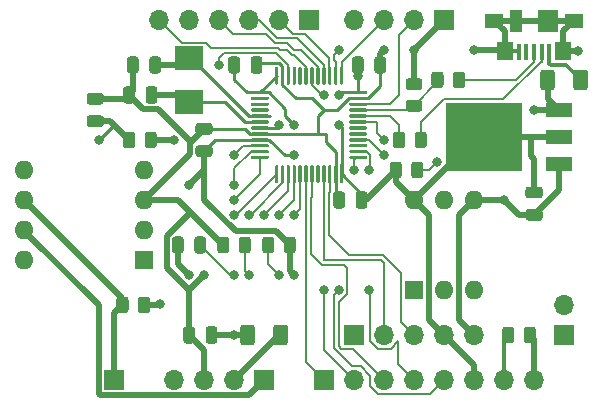
<source format=gbr>
%TF.GenerationSoftware,KiCad,Pcbnew,(5.1.10)-1*%
%TF.CreationDate,2021-10-29T11:24:14-05:00*%
%TF.ProjectId,Capstone,43617073-746f-46e6-952e-6b696361645f,rev?*%
%TF.SameCoordinates,Original*%
%TF.FileFunction,Copper,L1,Top*%
%TF.FilePolarity,Positive*%
%FSLAX46Y46*%
G04 Gerber Fmt 4.6, Leading zero omitted, Abs format (unit mm)*
G04 Created by KiCad (PCBNEW (5.1.10)-1) date 2021-10-29 11:24:14*
%MOMM*%
%LPD*%
G01*
G04 APERTURE LIST*
%TA.AperFunction,SMDPad,CuDef*%
%ADD10R,2.400000X2.000000*%
%TD*%
%TA.AperFunction,SMDPad,CuDef*%
%ADD11R,6.400000X5.800000*%
%TD*%
%TA.AperFunction,SMDPad,CuDef*%
%ADD12R,2.200000X1.200000*%
%TD*%
%TA.AperFunction,ComponentPad*%
%ADD13O,1.600000X1.600000*%
%TD*%
%TA.AperFunction,ComponentPad*%
%ADD14R,1.600000X1.600000*%
%TD*%
%TA.AperFunction,ComponentPad*%
%ADD15O,1.700000X1.700000*%
%TD*%
%TA.AperFunction,ComponentPad*%
%ADD16R,1.700000X1.700000*%
%TD*%
%TA.AperFunction,SMDPad,CuDef*%
%ADD17R,0.450000X1.380000*%
%TD*%
%TA.AperFunction,SMDPad,CuDef*%
%ADD18R,1.425000X1.550000*%
%TD*%
%TA.AperFunction,SMDPad,CuDef*%
%ADD19R,1.650000X1.300000*%
%TD*%
%TA.AperFunction,SMDPad,CuDef*%
%ADD20R,1.800000X1.900000*%
%TD*%
%TA.AperFunction,SMDPad,CuDef*%
%ADD21R,1.000000X1.900000*%
%TD*%
%TA.AperFunction,ViaPad*%
%ADD22C,0.800000*%
%TD*%
%TA.AperFunction,Conductor*%
%ADD23C,0.200000*%
%TD*%
%TA.AperFunction,Conductor*%
%ADD24C,0.500000*%
%TD*%
%TA.AperFunction,Conductor*%
%ADD25C,0.250000*%
%TD*%
%TA.AperFunction,Conductor*%
%ADD26C,0.300000*%
%TD*%
G04 APERTURE END LIST*
D10*
%TO.P,Y1,2*%
%TO.N,Net-(C8-Pad1)*%
X138430000Y-54030000D03*
%TO.P,Y1,1*%
%TO.N,Net-(C6-Pad1)*%
X138430000Y-57730000D03*
%TD*%
D11*
%TO.P,U5,2*%
%TO.N,+3V3*%
X163425000Y-60705000D03*
D12*
%TO.P,U5,3*%
%TO.N,+5V*%
X169725000Y-58425000D03*
%TO.P,U5,2*%
%TO.N,+3V3*%
X169725000Y-60705000D03*
%TO.P,U5,1*%
%TO.N,GND*%
X169725000Y-62985000D03*
%TD*%
D13*
%TO.P,U3,8*%
%TO.N,Net-(U3-Pad8)*%
X124460000Y-71120000D03*
%TO.P,U3,4*%
%TO.N,-9V*%
X134620000Y-63500000D03*
%TO.P,U3,7*%
%TO.N,+9V*%
X124460000Y-68580000D03*
%TO.P,U3,3*%
%TO.N,GND*%
X134620000Y-66040000D03*
%TO.P,U3,6*%
%TO.N,AUDIO_OUT*%
X124460000Y-66040000D03*
%TO.P,U3,2*%
%TO.N,IO*%
X134620000Y-68580000D03*
%TO.P,U3,5*%
%TO.N,Net-(U3-Pad5)*%
X124460000Y-63500000D03*
D14*
%TO.P,U3,1*%
%TO.N,Net-(U3-Pad1)*%
X134620000Y-71120000D03*
%TD*%
%TO.P,R9,2*%
%TO.N,Net-(C9-Pad1)*%
%TA.AperFunction,SMDPad,CuDef*%
G36*
G01*
X133862500Y-60509999D02*
X133862500Y-61410001D01*
G75*
G02*
X133612501Y-61660000I-249999J0D01*
G01*
X133087499Y-61660000D01*
G75*
G02*
X132837500Y-61410001I0J249999D01*
G01*
X132837500Y-60509999D01*
G75*
G02*
X133087499Y-60260000I249999J0D01*
G01*
X133612501Y-60260000D01*
G75*
G02*
X133862500Y-60509999I0J-249999D01*
G01*
G37*
%TD.AperFunction*%
%TO.P,R9,1*%
%TO.N,+3V3*%
%TA.AperFunction,SMDPad,CuDef*%
G36*
G01*
X135687500Y-60509999D02*
X135687500Y-61410001D01*
G75*
G02*
X135437501Y-61660000I-249999J0D01*
G01*
X134912499Y-61660000D01*
G75*
G02*
X134662500Y-61410001I0J249999D01*
G01*
X134662500Y-60509999D01*
G75*
G02*
X134912499Y-60260000I249999J0D01*
G01*
X135437501Y-60260000D01*
G75*
G02*
X135687500Y-60509999I0J-249999D01*
G01*
G37*
%TD.AperFunction*%
%TD*%
%TO.P,R8,2*%
%TO.N,Net-(J5-Pad7)*%
%TA.AperFunction,SMDPad,CuDef*%
G36*
G01*
X165970000Y-77019999D02*
X165970000Y-77920001D01*
G75*
G02*
X165720001Y-78170000I-249999J0D01*
G01*
X165194999Y-78170000D01*
G75*
G02*
X164945000Y-77920001I0J249999D01*
G01*
X164945000Y-77019999D01*
G75*
G02*
X165194999Y-76770000I249999J0D01*
G01*
X165720001Y-76770000D01*
G75*
G02*
X165970000Y-77019999I0J-249999D01*
G01*
G37*
%TD.AperFunction*%
%TO.P,R8,1*%
%TO.N,GND*%
%TA.AperFunction,SMDPad,CuDef*%
G36*
G01*
X167795000Y-77019999D02*
X167795000Y-77920001D01*
G75*
G02*
X167545001Y-78170000I-249999J0D01*
G01*
X167019999Y-78170000D01*
G75*
G02*
X166770000Y-77920001I0J249999D01*
G01*
X166770000Y-77019999D01*
G75*
G02*
X167019999Y-76770000I249999J0D01*
G01*
X167545001Y-76770000D01*
G75*
G02*
X167795000Y-77019999I0J-249999D01*
G01*
G37*
%TD.AperFunction*%
%TD*%
%TO.P,R7,2*%
%TO.N,IO*%
%TA.AperFunction,SMDPad,CuDef*%
G36*
G01*
X134107500Y-75380001D02*
X134107500Y-74479999D01*
G75*
G02*
X134357499Y-74230000I249999J0D01*
G01*
X134882501Y-74230000D01*
G75*
G02*
X135132500Y-74479999I0J-249999D01*
G01*
X135132500Y-75380001D01*
G75*
G02*
X134882501Y-75630000I-249999J0D01*
G01*
X134357499Y-75630000D01*
G75*
G02*
X134107500Y-75380001I0J249999D01*
G01*
G37*
%TD.AperFunction*%
%TO.P,R7,1*%
%TO.N,AUDIO_OUT*%
%TA.AperFunction,SMDPad,CuDef*%
G36*
G01*
X132282500Y-75380001D02*
X132282500Y-74479999D01*
G75*
G02*
X132532499Y-74230000I249999J0D01*
G01*
X133057501Y-74230000D01*
G75*
G02*
X133307500Y-74479999I0J-249999D01*
G01*
X133307500Y-75380001D01*
G75*
G02*
X133057501Y-75630000I-249999J0D01*
G01*
X132532499Y-75630000D01*
G75*
G02*
X132282500Y-75380001I0J249999D01*
G01*
G37*
%TD.AperFunction*%
%TD*%
%TO.P,R6,2*%
%TO.N,GND*%
%TA.AperFunction,SMDPad,CuDef*%
G36*
G01*
X141840000Y-69399999D02*
X141840000Y-70300001D01*
G75*
G02*
X141590001Y-70550000I-249999J0D01*
G01*
X141064999Y-70550000D01*
G75*
G02*
X140815000Y-70300001I0J249999D01*
G01*
X140815000Y-69399999D01*
G75*
G02*
X141064999Y-69150000I249999J0D01*
G01*
X141590001Y-69150000D01*
G75*
G02*
X141840000Y-69399999I0J-249999D01*
G01*
G37*
%TD.AperFunction*%
%TO.P,R6,1*%
%TO.N,Net-(R6-Pad1)*%
%TA.AperFunction,SMDPad,CuDef*%
G36*
G01*
X143665000Y-69399999D02*
X143665000Y-70300001D01*
G75*
G02*
X143415001Y-70550000I-249999J0D01*
G01*
X142889999Y-70550000D01*
G75*
G02*
X142640000Y-70300001I0J249999D01*
G01*
X142640000Y-69399999D01*
G75*
G02*
X142889999Y-69150000I249999J0D01*
G01*
X143415001Y-69150000D01*
G75*
G02*
X143665000Y-69399999I0J-249999D01*
G01*
G37*
%TD.AperFunction*%
%TD*%
%TO.P,R5,2*%
%TO.N,PA12*%
%TA.AperFunction,SMDPad,CuDef*%
G36*
G01*
X157029999Y-57550000D02*
X157930001Y-57550000D01*
G75*
G02*
X158180000Y-57799999I0J-249999D01*
G01*
X158180000Y-58325001D01*
G75*
G02*
X157930001Y-58575000I-249999J0D01*
G01*
X157029999Y-58575000D01*
G75*
G02*
X156780000Y-58325001I0J249999D01*
G01*
X156780000Y-57799999D01*
G75*
G02*
X157029999Y-57550000I249999J0D01*
G01*
G37*
%TD.AperFunction*%
%TO.P,R5,1*%
%TO.N,+3V3*%
%TA.AperFunction,SMDPad,CuDef*%
G36*
G01*
X157029999Y-55725000D02*
X157930001Y-55725000D01*
G75*
G02*
X158180000Y-55974999I0J-249999D01*
G01*
X158180000Y-56500001D01*
G75*
G02*
X157930001Y-56750000I-249999J0D01*
G01*
X157029999Y-56750000D01*
G75*
G02*
X156780000Y-56500001I0J249999D01*
G01*
X156780000Y-55974999D01*
G75*
G02*
X157029999Y-55725000I249999J0D01*
G01*
G37*
%TD.AperFunction*%
%TD*%
%TO.P,R4,2*%
%TO.N,+3V3*%
%TA.AperFunction,SMDPad,CuDef*%
G36*
G01*
X156445000Y-63049999D02*
X156445000Y-63950001D01*
G75*
G02*
X156195001Y-64200000I-249999J0D01*
G01*
X155669999Y-64200000D01*
G75*
G02*
X155420000Y-63950001I0J249999D01*
G01*
X155420000Y-63049999D01*
G75*
G02*
X155669999Y-62800000I249999J0D01*
G01*
X156195001Y-62800000D01*
G75*
G02*
X156445000Y-63049999I0J-249999D01*
G01*
G37*
%TD.AperFunction*%
%TO.P,R4,1*%
%TO.N,RX1*%
%TA.AperFunction,SMDPad,CuDef*%
G36*
G01*
X158270000Y-63049999D02*
X158270000Y-63950001D01*
G75*
G02*
X158020001Y-64200000I-249999J0D01*
G01*
X157494999Y-64200000D01*
G75*
G02*
X157245000Y-63950001I0J249999D01*
G01*
X157245000Y-63049999D01*
G75*
G02*
X157494999Y-62800000I249999J0D01*
G01*
X158020001Y-62800000D01*
G75*
G02*
X158270000Y-63049999I0J-249999D01*
G01*
G37*
%TD.AperFunction*%
%TD*%
%TO.P,R3,2*%
%TO.N,Net-(R3-Pad2)*%
%TA.AperFunction,SMDPad,CuDef*%
G36*
G01*
X145650000Y-69399999D02*
X145650000Y-70300001D01*
G75*
G02*
X145400001Y-70550000I-249999J0D01*
G01*
X144874999Y-70550000D01*
G75*
G02*
X144625000Y-70300001I0J249999D01*
G01*
X144625000Y-69399999D01*
G75*
G02*
X144874999Y-69150000I249999J0D01*
G01*
X145400001Y-69150000D01*
G75*
G02*
X145650000Y-69399999I0J-249999D01*
G01*
G37*
%TD.AperFunction*%
%TO.P,R3,1*%
%TO.N,+3V3*%
%TA.AperFunction,SMDPad,CuDef*%
G36*
G01*
X147475000Y-69399999D02*
X147475000Y-70300001D01*
G75*
G02*
X147225001Y-70550000I-249999J0D01*
G01*
X146699999Y-70550000D01*
G75*
G02*
X146450000Y-70300001I0J249999D01*
G01*
X146450000Y-69399999D01*
G75*
G02*
X146699999Y-69150000I249999J0D01*
G01*
X147225001Y-69150000D01*
G75*
G02*
X147475000Y-69399999I0J-249999D01*
G01*
G37*
%TD.AperFunction*%
%TD*%
%TO.P,R2,2*%
%TO.N,Net-(J2-Pad3)*%
%TA.AperFunction,SMDPad,CuDef*%
G36*
G01*
X160777500Y-56330001D02*
X160777500Y-55429999D01*
G75*
G02*
X161027499Y-55180000I249999J0D01*
G01*
X161552501Y-55180000D01*
G75*
G02*
X161802500Y-55429999I0J-249999D01*
G01*
X161802500Y-56330001D01*
G75*
G02*
X161552501Y-56580000I-249999J0D01*
G01*
X161027499Y-56580000D01*
G75*
G02*
X160777500Y-56330001I0J249999D01*
G01*
G37*
%TD.AperFunction*%
%TO.P,R2,1*%
%TO.N,PA12*%
%TA.AperFunction,SMDPad,CuDef*%
G36*
G01*
X158952500Y-56330001D02*
X158952500Y-55429999D01*
G75*
G02*
X159202499Y-55180000I249999J0D01*
G01*
X159727501Y-55180000D01*
G75*
G02*
X159977500Y-55429999I0J-249999D01*
G01*
X159977500Y-56330001D01*
G75*
G02*
X159727501Y-56580000I-249999J0D01*
G01*
X159202499Y-56580000D01*
G75*
G02*
X158952500Y-56330001I0J249999D01*
G01*
G37*
%TD.AperFunction*%
%TD*%
%TO.P,R1,2*%
%TO.N,Net-(J2-Pad2)*%
%TA.AperFunction,SMDPad,CuDef*%
G36*
G01*
X157522500Y-61410001D02*
X157522500Y-60509999D01*
G75*
G02*
X157772499Y-60260000I249999J0D01*
G01*
X158297501Y-60260000D01*
G75*
G02*
X158547500Y-60509999I0J-249999D01*
G01*
X158547500Y-61410001D01*
G75*
G02*
X158297501Y-61660000I-249999J0D01*
G01*
X157772499Y-61660000D01*
G75*
G02*
X157522500Y-61410001I0J249999D01*
G01*
G37*
%TD.AperFunction*%
%TO.P,R1,1*%
%TO.N,PA11*%
%TA.AperFunction,SMDPad,CuDef*%
G36*
G01*
X155697500Y-61410001D02*
X155697500Y-60509999D01*
G75*
G02*
X155947499Y-60260000I249999J0D01*
G01*
X156472501Y-60260000D01*
G75*
G02*
X156722500Y-60509999I0J-249999D01*
G01*
X156722500Y-61410001D01*
G75*
G02*
X156472501Y-61660000I-249999J0D01*
G01*
X155947499Y-61660000D01*
G75*
G02*
X155697500Y-61410001I0J249999D01*
G01*
G37*
%TD.AperFunction*%
%TD*%
D15*
%TO.P,J8,2*%
%TO.N,MIDI5*%
X170180000Y-74930000D03*
D16*
%TO.P,J8,1*%
%TO.N,MIDI4*%
X170180000Y-77470000D03*
%TD*%
%TO.P,J7,1*%
%TO.N,AUDIO_OUT*%
X132080000Y-81280000D03*
%TD*%
D15*
%TO.P,J6,5*%
%TO.N,GND*%
X162560000Y-77470000D03*
%TO.P,J6,4*%
%TO.N,+3V3*%
X160020000Y-77470000D03*
%TO.P,J6,3*%
%TO.N,GPIOB11*%
X157480000Y-77470000D03*
%TO.P,J6,2*%
%TO.N,GPIOB10*%
X154940000Y-77470000D03*
D16*
%TO.P,J6,1*%
%TO.N,GPIOB9*%
X152400000Y-77470000D03*
%TD*%
D15*
%TO.P,J5,8*%
%TO.N,GND*%
X167640000Y-81280000D03*
%TO.P,J5,7*%
%TO.N,Net-(J5-Pad7)*%
X165100000Y-81280000D03*
%TO.P,J5,6*%
%TO.N,+3V3*%
X162560000Y-81280000D03*
%TO.P,J5,5*%
%TO.N,SPI_SCK2*%
X160020000Y-81280000D03*
%TO.P,J5,4*%
%TO.N,SPI_MOSI2*%
X157480000Y-81280000D03*
%TO.P,J5,3*%
%TO.N,LCD_DC*%
X154940000Y-81280000D03*
%TO.P,J5,2*%
%TO.N,SPI_NSS2*%
X152400000Y-81280000D03*
D16*
%TO.P,J5,1*%
%TO.N,LCD_RST*%
X149860000Y-81280000D03*
%TD*%
D15*
%TO.P,J4,6*%
%TO.N,I2C_SDA1*%
X135890000Y-50800000D03*
%TO.P,J4,5*%
%TO.N,I2C_SCL1*%
X138430000Y-50800000D03*
%TO.P,J4,4*%
%TO.N,SPI_MOSI1*%
X140970000Y-50800000D03*
%TO.P,J4,3*%
%TO.N,SPI_MISO1*%
X143510000Y-50800000D03*
%TO.P,J4,2*%
%TO.N,SPI_SCK1*%
X146050000Y-50800000D03*
D16*
%TO.P,J4,1*%
%TO.N,SPI_NSS1*%
X148590000Y-50800000D03*
%TD*%
D15*
%TO.P,J3,4*%
%TO.N,GND*%
X152400000Y-50800000D03*
%TO.P,J3,3*%
%TO.N,SWCLK*%
X154940000Y-50800000D03*
%TO.P,J3,2*%
%TO.N,SWDIO*%
X157480000Y-50800000D03*
D16*
%TO.P,J3,1*%
%TO.N,+3V3*%
X160020000Y-50800000D03*
%TD*%
D17*
%TO.P,J2,1*%
%TO.N,Net-(D2-Pad2)*%
X168940000Y-53530000D03*
%TO.P,J2,2*%
%TO.N,Net-(J2-Pad2)*%
X168290000Y-53530000D03*
%TO.P,J2,3*%
%TO.N,Net-(J2-Pad3)*%
X167640000Y-53530000D03*
%TO.P,J2,4*%
%TO.N,Net-(J2-Pad4)*%
X166990000Y-53530000D03*
%TO.P,J2,5*%
%TO.N,GND*%
X166340000Y-53530000D03*
D18*
%TO.P,J2,6*%
X170127500Y-53445000D03*
X165152500Y-53445000D03*
D19*
X171015000Y-50870000D03*
X164265000Y-50870000D03*
D20*
X168790000Y-50870000D03*
D21*
X166090000Y-50870000D03*
%TD*%
D15*
%TO.P,J1,4*%
%TO.N,-9V*%
X137160000Y-81280000D03*
%TO.P,J1,3*%
%TO.N,GND*%
X139700000Y-81280000D03*
%TO.P,J1,2*%
%TO.N,Net-(D1-Pad2)*%
X142240000Y-81280000D03*
D16*
%TO.P,J1,1*%
%TO.N,+9V*%
X144780000Y-81280000D03*
%TD*%
%TO.P,D2,2*%
%TO.N,Net-(D2-Pad2)*%
%TA.AperFunction,SMDPad,CuDef*%
G36*
G01*
X170955000Y-56505000D02*
X170955000Y-55255000D01*
G75*
G02*
X171205000Y-55005000I250000J0D01*
G01*
X171955000Y-55005000D01*
G75*
G02*
X172205000Y-55255000I0J-250000D01*
G01*
X172205000Y-56505000D01*
G75*
G02*
X171955000Y-56755000I-250000J0D01*
G01*
X171205000Y-56755000D01*
G75*
G02*
X170955000Y-56505000I0J250000D01*
G01*
G37*
%TD.AperFunction*%
%TO.P,D2,1*%
%TO.N,+5V*%
%TA.AperFunction,SMDPad,CuDef*%
G36*
G01*
X168155000Y-56505000D02*
X168155000Y-55255000D01*
G75*
G02*
X168405000Y-55005000I250000J0D01*
G01*
X169155000Y-55005000D01*
G75*
G02*
X169405000Y-55255000I0J-250000D01*
G01*
X169405000Y-56505000D01*
G75*
G02*
X169155000Y-56755000I-250000J0D01*
G01*
X168405000Y-56755000D01*
G75*
G02*
X168155000Y-56505000I0J250000D01*
G01*
G37*
%TD.AperFunction*%
%TD*%
%TO.P,D1,2*%
%TO.N,Net-(D1-Pad2)*%
%TA.AperFunction,SMDPad,CuDef*%
G36*
G01*
X145555000Y-78095000D02*
X145555000Y-76845000D01*
G75*
G02*
X145805000Y-76595000I250000J0D01*
G01*
X146555000Y-76595000D01*
G75*
G02*
X146805000Y-76845000I0J-250000D01*
G01*
X146805000Y-78095000D01*
G75*
G02*
X146555000Y-78345000I-250000J0D01*
G01*
X145805000Y-78345000D01*
G75*
G02*
X145555000Y-78095000I0J250000D01*
G01*
G37*
%TD.AperFunction*%
%TO.P,D1,1*%
%TO.N,+5V*%
%TA.AperFunction,SMDPad,CuDef*%
G36*
G01*
X142755000Y-78095000D02*
X142755000Y-76845000D01*
G75*
G02*
X143005000Y-76595000I250000J0D01*
G01*
X143755000Y-76595000D01*
G75*
G02*
X144005000Y-76845000I0J-250000D01*
G01*
X144005000Y-78095000D01*
G75*
G02*
X143755000Y-78345000I-250000J0D01*
G01*
X143005000Y-78345000D01*
G75*
G02*
X142755000Y-78095000I0J250000D01*
G01*
G37*
%TD.AperFunction*%
%TD*%
%TO.P,C10,2*%
%TO.N,GND*%
%TA.AperFunction,SMDPad,CuDef*%
G36*
G01*
X167165000Y-66810000D02*
X168115000Y-66810000D01*
G75*
G02*
X168365000Y-67060000I0J-250000D01*
G01*
X168365000Y-67560000D01*
G75*
G02*
X168115000Y-67810000I-250000J0D01*
G01*
X167165000Y-67810000D01*
G75*
G02*
X166915000Y-67560000I0J250000D01*
G01*
X166915000Y-67060000D01*
G75*
G02*
X167165000Y-66810000I250000J0D01*
G01*
G37*
%TD.AperFunction*%
%TO.P,C10,1*%
%TO.N,+3V3*%
%TA.AperFunction,SMDPad,CuDef*%
G36*
G01*
X167165000Y-64910000D02*
X168115000Y-64910000D01*
G75*
G02*
X168365000Y-65160000I0J-250000D01*
G01*
X168365000Y-65660000D01*
G75*
G02*
X168115000Y-65910000I-250000J0D01*
G01*
X167165000Y-65910000D01*
G75*
G02*
X166915000Y-65660000I0J250000D01*
G01*
X166915000Y-65160000D01*
G75*
G02*
X167165000Y-64910000I250000J0D01*
G01*
G37*
%TD.AperFunction*%
%TD*%
%TO.P,C9,2*%
%TO.N,GND*%
%TA.AperFunction,SMDPad,CuDef*%
G36*
G01*
X130965000Y-57970000D02*
X130015000Y-57970000D01*
G75*
G02*
X129765000Y-57720000I0J250000D01*
G01*
X129765000Y-57220000D01*
G75*
G02*
X130015000Y-56970000I250000J0D01*
G01*
X130965000Y-56970000D01*
G75*
G02*
X131215000Y-57220000I0J-250000D01*
G01*
X131215000Y-57720000D01*
G75*
G02*
X130965000Y-57970000I-250000J0D01*
G01*
G37*
%TD.AperFunction*%
%TO.P,C9,1*%
%TO.N,Net-(C9-Pad1)*%
%TA.AperFunction,SMDPad,CuDef*%
G36*
G01*
X130965000Y-59870000D02*
X130015000Y-59870000D01*
G75*
G02*
X129765000Y-59620000I0J250000D01*
G01*
X129765000Y-59120000D01*
G75*
G02*
X130015000Y-58870000I250000J0D01*
G01*
X130965000Y-58870000D01*
G75*
G02*
X131215000Y-59120000I0J-250000D01*
G01*
X131215000Y-59620000D01*
G75*
G02*
X130965000Y-59870000I-250000J0D01*
G01*
G37*
%TD.AperFunction*%
%TD*%
%TO.P,C8,2*%
%TO.N,GND*%
%TA.AperFunction,SMDPad,CuDef*%
G36*
G01*
X134170000Y-54135000D02*
X134170000Y-55085000D01*
G75*
G02*
X133920000Y-55335000I-250000J0D01*
G01*
X133420000Y-55335000D01*
G75*
G02*
X133170000Y-55085000I0J250000D01*
G01*
X133170000Y-54135000D01*
G75*
G02*
X133420000Y-53885000I250000J0D01*
G01*
X133920000Y-53885000D01*
G75*
G02*
X134170000Y-54135000I0J-250000D01*
G01*
G37*
%TD.AperFunction*%
%TO.P,C8,1*%
%TO.N,Net-(C8-Pad1)*%
%TA.AperFunction,SMDPad,CuDef*%
G36*
G01*
X136070000Y-54135000D02*
X136070000Y-55085000D01*
G75*
G02*
X135820000Y-55335000I-250000J0D01*
G01*
X135320000Y-55335000D01*
G75*
G02*
X135070000Y-55085000I0J250000D01*
G01*
X135070000Y-54135000D01*
G75*
G02*
X135320000Y-53885000I250000J0D01*
G01*
X135820000Y-53885000D01*
G75*
G02*
X136070000Y-54135000I0J-250000D01*
G01*
G37*
%TD.AperFunction*%
%TD*%
%TO.P,C7,2*%
%TO.N,GND*%
%TA.AperFunction,SMDPad,CuDef*%
G36*
G01*
X138930000Y-76995000D02*
X138930000Y-77945000D01*
G75*
G02*
X138680000Y-78195000I-250000J0D01*
G01*
X138180000Y-78195000D01*
G75*
G02*
X137930000Y-77945000I0J250000D01*
G01*
X137930000Y-76995000D01*
G75*
G02*
X138180000Y-76745000I250000J0D01*
G01*
X138680000Y-76745000D01*
G75*
G02*
X138930000Y-76995000I0J-250000D01*
G01*
G37*
%TD.AperFunction*%
%TO.P,C7,1*%
%TO.N,+5V*%
%TA.AperFunction,SMDPad,CuDef*%
G36*
G01*
X140830000Y-76995000D02*
X140830000Y-77945000D01*
G75*
G02*
X140580000Y-78195000I-250000J0D01*
G01*
X140080000Y-78195000D01*
G75*
G02*
X139830000Y-77945000I0J250000D01*
G01*
X139830000Y-76995000D01*
G75*
G02*
X140080000Y-76745000I250000J0D01*
G01*
X140580000Y-76745000D01*
G75*
G02*
X140830000Y-76995000I0J-250000D01*
G01*
G37*
%TD.AperFunction*%
%TD*%
%TO.P,C6,2*%
%TO.N,GND*%
%TA.AperFunction,SMDPad,CuDef*%
G36*
G01*
X133850000Y-56675000D02*
X133850000Y-57625000D01*
G75*
G02*
X133600000Y-57875000I-250000J0D01*
G01*
X133100000Y-57875000D01*
G75*
G02*
X132850000Y-57625000I0J250000D01*
G01*
X132850000Y-56675000D01*
G75*
G02*
X133100000Y-56425000I250000J0D01*
G01*
X133600000Y-56425000D01*
G75*
G02*
X133850000Y-56675000I0J-250000D01*
G01*
G37*
%TD.AperFunction*%
%TO.P,C6,1*%
%TO.N,Net-(C6-Pad1)*%
%TA.AperFunction,SMDPad,CuDef*%
G36*
G01*
X135750000Y-56675000D02*
X135750000Y-57625000D01*
G75*
G02*
X135500000Y-57875000I-250000J0D01*
G01*
X135000000Y-57875000D01*
G75*
G02*
X134750000Y-57625000I0J250000D01*
G01*
X134750000Y-56675000D01*
G75*
G02*
X135000000Y-56425000I250000J0D01*
G01*
X135500000Y-56425000D01*
G75*
G02*
X135750000Y-56675000I0J-250000D01*
G01*
G37*
%TD.AperFunction*%
%TD*%
%TO.P,C5,2*%
%TO.N,GND*%
%TA.AperFunction,SMDPad,CuDef*%
G36*
G01*
X151630000Y-65565000D02*
X151630000Y-66515000D01*
G75*
G02*
X151380000Y-66765000I-250000J0D01*
G01*
X150880000Y-66765000D01*
G75*
G02*
X150630000Y-66515000I0J250000D01*
G01*
X150630000Y-65565000D01*
G75*
G02*
X150880000Y-65315000I250000J0D01*
G01*
X151380000Y-65315000D01*
G75*
G02*
X151630000Y-65565000I0J-250000D01*
G01*
G37*
%TD.AperFunction*%
%TO.P,C5,1*%
%TO.N,+3V3*%
%TA.AperFunction,SMDPad,CuDef*%
G36*
G01*
X153530000Y-65565000D02*
X153530000Y-66515000D01*
G75*
G02*
X153280000Y-66765000I-250000J0D01*
G01*
X152780000Y-66765000D01*
G75*
G02*
X152530000Y-66515000I0J250000D01*
G01*
X152530000Y-65565000D01*
G75*
G02*
X152780000Y-65315000I250000J0D01*
G01*
X153280000Y-65315000D01*
G75*
G02*
X153530000Y-65565000I0J-250000D01*
G01*
G37*
%TD.AperFunction*%
%TD*%
%TO.P,C4,2*%
%TO.N,GND*%
%TA.AperFunction,SMDPad,CuDef*%
G36*
G01*
X140175000Y-60510000D02*
X139225000Y-60510000D01*
G75*
G02*
X138975000Y-60260000I0J250000D01*
G01*
X138975000Y-59760000D01*
G75*
G02*
X139225000Y-59510000I250000J0D01*
G01*
X140175000Y-59510000D01*
G75*
G02*
X140425000Y-59760000I0J-250000D01*
G01*
X140425000Y-60260000D01*
G75*
G02*
X140175000Y-60510000I-250000J0D01*
G01*
G37*
%TD.AperFunction*%
%TO.P,C4,1*%
%TO.N,+3V3*%
%TA.AperFunction,SMDPad,CuDef*%
G36*
G01*
X140175000Y-62410000D02*
X139225000Y-62410000D01*
G75*
G02*
X138975000Y-62160000I0J250000D01*
G01*
X138975000Y-61660000D01*
G75*
G02*
X139225000Y-61410000I250000J0D01*
G01*
X140175000Y-61410000D01*
G75*
G02*
X140425000Y-61660000I0J-250000D01*
G01*
X140425000Y-62160000D01*
G75*
G02*
X140175000Y-62410000I-250000J0D01*
G01*
G37*
%TD.AperFunction*%
%TD*%
%TO.P,C3,2*%
%TO.N,GND*%
%TA.AperFunction,SMDPad,CuDef*%
G36*
G01*
X143640000Y-55085000D02*
X143640000Y-54135000D01*
G75*
G02*
X143890000Y-53885000I250000J0D01*
G01*
X144390000Y-53885000D01*
G75*
G02*
X144640000Y-54135000I0J-250000D01*
G01*
X144640000Y-55085000D01*
G75*
G02*
X144390000Y-55335000I-250000J0D01*
G01*
X143890000Y-55335000D01*
G75*
G02*
X143640000Y-55085000I0J250000D01*
G01*
G37*
%TD.AperFunction*%
%TO.P,C3,1*%
%TO.N,+3V3*%
%TA.AperFunction,SMDPad,CuDef*%
G36*
G01*
X141740000Y-55085000D02*
X141740000Y-54135000D01*
G75*
G02*
X141990000Y-53885000I250000J0D01*
G01*
X142490000Y-53885000D01*
G75*
G02*
X142740000Y-54135000I0J-250000D01*
G01*
X142740000Y-55085000D01*
G75*
G02*
X142490000Y-55335000I-250000J0D01*
G01*
X141990000Y-55335000D01*
G75*
G02*
X141740000Y-55085000I0J250000D01*
G01*
G37*
%TD.AperFunction*%
%TD*%
%TO.P,C2,2*%
%TO.N,GND*%
%TA.AperFunction,SMDPad,CuDef*%
G36*
G01*
X154120000Y-55085000D02*
X154120000Y-54135000D01*
G75*
G02*
X154370000Y-53885000I250000J0D01*
G01*
X154870000Y-53885000D01*
G75*
G02*
X155120000Y-54135000I0J-250000D01*
G01*
X155120000Y-55085000D01*
G75*
G02*
X154870000Y-55335000I-250000J0D01*
G01*
X154370000Y-55335000D01*
G75*
G02*
X154120000Y-55085000I0J250000D01*
G01*
G37*
%TD.AperFunction*%
%TO.P,C2,1*%
%TO.N,+3V3*%
%TA.AperFunction,SMDPad,CuDef*%
G36*
G01*
X152220000Y-55085000D02*
X152220000Y-54135000D01*
G75*
G02*
X152470000Y-53885000I250000J0D01*
G01*
X152970000Y-53885000D01*
G75*
G02*
X153220000Y-54135000I0J-250000D01*
G01*
X153220000Y-55085000D01*
G75*
G02*
X152970000Y-55335000I-250000J0D01*
G01*
X152470000Y-55335000D01*
G75*
G02*
X152220000Y-55085000I0J250000D01*
G01*
G37*
%TD.AperFunction*%
%TD*%
%TO.P,C1,2*%
%TO.N,-9V*%
%TA.AperFunction,SMDPad,CuDef*%
G36*
G01*
X137980000Y-69375000D02*
X137980000Y-70325000D01*
G75*
G02*
X137730000Y-70575000I-250000J0D01*
G01*
X137230000Y-70575000D01*
G75*
G02*
X136980000Y-70325000I0J250000D01*
G01*
X136980000Y-69375000D01*
G75*
G02*
X137230000Y-69125000I250000J0D01*
G01*
X137730000Y-69125000D01*
G75*
G02*
X137980000Y-69375000I0J-250000D01*
G01*
G37*
%TD.AperFunction*%
%TO.P,C1,1*%
%TO.N,Net-(C1-Pad1)*%
%TA.AperFunction,SMDPad,CuDef*%
G36*
G01*
X139880000Y-69375000D02*
X139880000Y-70325000D01*
G75*
G02*
X139630000Y-70575000I-250000J0D01*
G01*
X139130000Y-70575000D01*
G75*
G02*
X138880000Y-70325000I0J250000D01*
G01*
X138880000Y-69375000D01*
G75*
G02*
X139130000Y-69125000I250000J0D01*
G01*
X139630000Y-69125000D01*
G75*
G02*
X139880000Y-69375000I0J-250000D01*
G01*
G37*
%TD.AperFunction*%
%TD*%
%TO.P,U4,48*%
%TO.N,+3V3*%
%TA.AperFunction,SMDPad,CuDef*%
G36*
G01*
X145690000Y-56190000D02*
X145690000Y-54865000D01*
G75*
G02*
X145765000Y-54790000I75000J0D01*
G01*
X145915000Y-54790000D01*
G75*
G02*
X145990000Y-54865000I0J-75000D01*
G01*
X145990000Y-56190000D01*
G75*
G02*
X145915000Y-56265000I-75000J0D01*
G01*
X145765000Y-56265000D01*
G75*
G02*
X145690000Y-56190000I0J75000D01*
G01*
G37*
%TD.AperFunction*%
%TO.P,U4,47*%
%TO.N,GND*%
%TA.AperFunction,SMDPad,CuDef*%
G36*
G01*
X146190000Y-56190000D02*
X146190000Y-54865000D01*
G75*
G02*
X146265000Y-54790000I75000J0D01*
G01*
X146415000Y-54790000D01*
G75*
G02*
X146490000Y-54865000I0J-75000D01*
G01*
X146490000Y-56190000D01*
G75*
G02*
X146415000Y-56265000I-75000J0D01*
G01*
X146265000Y-56265000D01*
G75*
G02*
X146190000Y-56190000I0J75000D01*
G01*
G37*
%TD.AperFunction*%
%TO.P,U4,46*%
%TO.N,GPIOB9*%
%TA.AperFunction,SMDPad,CuDef*%
G36*
G01*
X146690000Y-56190000D02*
X146690000Y-54865000D01*
G75*
G02*
X146765000Y-54790000I75000J0D01*
G01*
X146915000Y-54790000D01*
G75*
G02*
X146990000Y-54865000I0J-75000D01*
G01*
X146990000Y-56190000D01*
G75*
G02*
X146915000Y-56265000I-75000J0D01*
G01*
X146765000Y-56265000D01*
G75*
G02*
X146690000Y-56190000I0J75000D01*
G01*
G37*
%TD.AperFunction*%
%TO.P,U4,45*%
%TO.N,Net-(U4-Pad45)*%
%TA.AperFunction,SMDPad,CuDef*%
G36*
G01*
X147190000Y-56190000D02*
X147190000Y-54865000D01*
G75*
G02*
X147265000Y-54790000I75000J0D01*
G01*
X147415000Y-54790000D01*
G75*
G02*
X147490000Y-54865000I0J-75000D01*
G01*
X147490000Y-56190000D01*
G75*
G02*
X147415000Y-56265000I-75000J0D01*
G01*
X147265000Y-56265000D01*
G75*
G02*
X147190000Y-56190000I0J75000D01*
G01*
G37*
%TD.AperFunction*%
%TO.P,U4,44*%
%TO.N,Net-(U4-Pad44)*%
%TA.AperFunction,SMDPad,CuDef*%
G36*
G01*
X147690000Y-56190000D02*
X147690000Y-54865000D01*
G75*
G02*
X147765000Y-54790000I75000J0D01*
G01*
X147915000Y-54790000D01*
G75*
G02*
X147990000Y-54865000I0J-75000D01*
G01*
X147990000Y-56190000D01*
G75*
G02*
X147915000Y-56265000I-75000J0D01*
G01*
X147765000Y-56265000D01*
G75*
G02*
X147690000Y-56190000I0J75000D01*
G01*
G37*
%TD.AperFunction*%
%TO.P,U4,43*%
%TO.N,I2C_SDA1*%
%TA.AperFunction,SMDPad,CuDef*%
G36*
G01*
X148190000Y-56190000D02*
X148190000Y-54865000D01*
G75*
G02*
X148265000Y-54790000I75000J0D01*
G01*
X148415000Y-54790000D01*
G75*
G02*
X148490000Y-54865000I0J-75000D01*
G01*
X148490000Y-56190000D01*
G75*
G02*
X148415000Y-56265000I-75000J0D01*
G01*
X148265000Y-56265000D01*
G75*
G02*
X148190000Y-56190000I0J75000D01*
G01*
G37*
%TD.AperFunction*%
%TO.P,U4,42*%
%TO.N,I2C_SCL1*%
%TA.AperFunction,SMDPad,CuDef*%
G36*
G01*
X148690000Y-56190000D02*
X148690000Y-54865000D01*
G75*
G02*
X148765000Y-54790000I75000J0D01*
G01*
X148915000Y-54790000D01*
G75*
G02*
X148990000Y-54865000I0J-75000D01*
G01*
X148990000Y-56190000D01*
G75*
G02*
X148915000Y-56265000I-75000J0D01*
G01*
X148765000Y-56265000D01*
G75*
G02*
X148690000Y-56190000I0J75000D01*
G01*
G37*
%TD.AperFunction*%
%TO.P,U4,41*%
%TO.N,SPI_MOSI1*%
%TA.AperFunction,SMDPad,CuDef*%
G36*
G01*
X149190000Y-56190000D02*
X149190000Y-54865000D01*
G75*
G02*
X149265000Y-54790000I75000J0D01*
G01*
X149415000Y-54790000D01*
G75*
G02*
X149490000Y-54865000I0J-75000D01*
G01*
X149490000Y-56190000D01*
G75*
G02*
X149415000Y-56265000I-75000J0D01*
G01*
X149265000Y-56265000D01*
G75*
G02*
X149190000Y-56190000I0J75000D01*
G01*
G37*
%TD.AperFunction*%
%TO.P,U4,40*%
%TO.N,SPI_MISO1*%
%TA.AperFunction,SMDPad,CuDef*%
G36*
G01*
X149690000Y-56190000D02*
X149690000Y-54865000D01*
G75*
G02*
X149765000Y-54790000I75000J0D01*
G01*
X149915000Y-54790000D01*
G75*
G02*
X149990000Y-54865000I0J-75000D01*
G01*
X149990000Y-56190000D01*
G75*
G02*
X149915000Y-56265000I-75000J0D01*
G01*
X149765000Y-56265000D01*
G75*
G02*
X149690000Y-56190000I0J75000D01*
G01*
G37*
%TD.AperFunction*%
%TO.P,U4,39*%
%TO.N,SPI_SCK1*%
%TA.AperFunction,SMDPad,CuDef*%
G36*
G01*
X150190000Y-56190000D02*
X150190000Y-54865000D01*
G75*
G02*
X150265000Y-54790000I75000J0D01*
G01*
X150415000Y-54790000D01*
G75*
G02*
X150490000Y-54865000I0J-75000D01*
G01*
X150490000Y-56190000D01*
G75*
G02*
X150415000Y-56265000I-75000J0D01*
G01*
X150265000Y-56265000D01*
G75*
G02*
X150190000Y-56190000I0J75000D01*
G01*
G37*
%TD.AperFunction*%
%TO.P,U4,38*%
%TO.N,SPI_NSS1*%
%TA.AperFunction,SMDPad,CuDef*%
G36*
G01*
X150690000Y-56190000D02*
X150690000Y-54865000D01*
G75*
G02*
X150765000Y-54790000I75000J0D01*
G01*
X150915000Y-54790000D01*
G75*
G02*
X150990000Y-54865000I0J-75000D01*
G01*
X150990000Y-56190000D01*
G75*
G02*
X150915000Y-56265000I-75000J0D01*
G01*
X150765000Y-56265000D01*
G75*
G02*
X150690000Y-56190000I0J75000D01*
G01*
G37*
%TD.AperFunction*%
%TO.P,U4,37*%
%TO.N,SWCLK*%
%TA.AperFunction,SMDPad,CuDef*%
G36*
G01*
X151190000Y-56190000D02*
X151190000Y-54865000D01*
G75*
G02*
X151265000Y-54790000I75000J0D01*
G01*
X151415000Y-54790000D01*
G75*
G02*
X151490000Y-54865000I0J-75000D01*
G01*
X151490000Y-56190000D01*
G75*
G02*
X151415000Y-56265000I-75000J0D01*
G01*
X151265000Y-56265000D01*
G75*
G02*
X151190000Y-56190000I0J75000D01*
G01*
G37*
%TD.AperFunction*%
%TO.P,U4,36*%
%TO.N,+3V3*%
%TA.AperFunction,SMDPad,CuDef*%
G36*
G01*
X152015000Y-57015000D02*
X152015000Y-56865000D01*
G75*
G02*
X152090000Y-56790000I75000J0D01*
G01*
X153415000Y-56790000D01*
G75*
G02*
X153490000Y-56865000I0J-75000D01*
G01*
X153490000Y-57015000D01*
G75*
G02*
X153415000Y-57090000I-75000J0D01*
G01*
X152090000Y-57090000D01*
G75*
G02*
X152015000Y-57015000I0J75000D01*
G01*
G37*
%TD.AperFunction*%
%TO.P,U4,35*%
%TO.N,GND*%
%TA.AperFunction,SMDPad,CuDef*%
G36*
G01*
X152015000Y-57515000D02*
X152015000Y-57365000D01*
G75*
G02*
X152090000Y-57290000I75000J0D01*
G01*
X153415000Y-57290000D01*
G75*
G02*
X153490000Y-57365000I0J-75000D01*
G01*
X153490000Y-57515000D01*
G75*
G02*
X153415000Y-57590000I-75000J0D01*
G01*
X152090000Y-57590000D01*
G75*
G02*
X152015000Y-57515000I0J75000D01*
G01*
G37*
%TD.AperFunction*%
%TO.P,U4,34*%
%TO.N,SWDIO*%
%TA.AperFunction,SMDPad,CuDef*%
G36*
G01*
X152015000Y-58015000D02*
X152015000Y-57865000D01*
G75*
G02*
X152090000Y-57790000I75000J0D01*
G01*
X153415000Y-57790000D01*
G75*
G02*
X153490000Y-57865000I0J-75000D01*
G01*
X153490000Y-58015000D01*
G75*
G02*
X153415000Y-58090000I-75000J0D01*
G01*
X152090000Y-58090000D01*
G75*
G02*
X152015000Y-58015000I0J75000D01*
G01*
G37*
%TD.AperFunction*%
%TO.P,U4,33*%
%TO.N,PA12*%
%TA.AperFunction,SMDPad,CuDef*%
G36*
G01*
X152015000Y-58515000D02*
X152015000Y-58365000D01*
G75*
G02*
X152090000Y-58290000I75000J0D01*
G01*
X153415000Y-58290000D01*
G75*
G02*
X153490000Y-58365000I0J-75000D01*
G01*
X153490000Y-58515000D01*
G75*
G02*
X153415000Y-58590000I-75000J0D01*
G01*
X152090000Y-58590000D01*
G75*
G02*
X152015000Y-58515000I0J75000D01*
G01*
G37*
%TD.AperFunction*%
%TO.P,U4,32*%
%TO.N,PA11*%
%TA.AperFunction,SMDPad,CuDef*%
G36*
G01*
X152015000Y-59015000D02*
X152015000Y-58865000D01*
G75*
G02*
X152090000Y-58790000I75000J0D01*
G01*
X153415000Y-58790000D01*
G75*
G02*
X153490000Y-58865000I0J-75000D01*
G01*
X153490000Y-59015000D01*
G75*
G02*
X153415000Y-59090000I-75000J0D01*
G01*
X152090000Y-59090000D01*
G75*
G02*
X152015000Y-59015000I0J75000D01*
G01*
G37*
%TD.AperFunction*%
%TO.P,U4,31*%
%TO.N,RX1*%
%TA.AperFunction,SMDPad,CuDef*%
G36*
G01*
X152015000Y-59515000D02*
X152015000Y-59365000D01*
G75*
G02*
X152090000Y-59290000I75000J0D01*
G01*
X153415000Y-59290000D01*
G75*
G02*
X153490000Y-59365000I0J-75000D01*
G01*
X153490000Y-59515000D01*
G75*
G02*
X153415000Y-59590000I-75000J0D01*
G01*
X152090000Y-59590000D01*
G75*
G02*
X152015000Y-59515000I0J75000D01*
G01*
G37*
%TD.AperFunction*%
%TO.P,U4,30*%
%TO.N,Net-(U4-Pad30)*%
%TA.AperFunction,SMDPad,CuDef*%
G36*
G01*
X152015000Y-60015000D02*
X152015000Y-59865000D01*
G75*
G02*
X152090000Y-59790000I75000J0D01*
G01*
X153415000Y-59790000D01*
G75*
G02*
X153490000Y-59865000I0J-75000D01*
G01*
X153490000Y-60015000D01*
G75*
G02*
X153415000Y-60090000I-75000J0D01*
G01*
X152090000Y-60090000D01*
G75*
G02*
X152015000Y-60015000I0J75000D01*
G01*
G37*
%TD.AperFunction*%
%TO.P,U4,29*%
%TO.N,Net-(U4-Pad29)*%
%TA.AperFunction,SMDPad,CuDef*%
G36*
G01*
X152015000Y-60515000D02*
X152015000Y-60365000D01*
G75*
G02*
X152090000Y-60290000I75000J0D01*
G01*
X153415000Y-60290000D01*
G75*
G02*
X153490000Y-60365000I0J-75000D01*
G01*
X153490000Y-60515000D01*
G75*
G02*
X153415000Y-60590000I-75000J0D01*
G01*
X152090000Y-60590000D01*
G75*
G02*
X152015000Y-60515000I0J75000D01*
G01*
G37*
%TD.AperFunction*%
%TO.P,U4,28*%
%TO.N,SPI_MOSI2*%
%TA.AperFunction,SMDPad,CuDef*%
G36*
G01*
X152015000Y-61015000D02*
X152015000Y-60865000D01*
G75*
G02*
X152090000Y-60790000I75000J0D01*
G01*
X153415000Y-60790000D01*
G75*
G02*
X153490000Y-60865000I0J-75000D01*
G01*
X153490000Y-61015000D01*
G75*
G02*
X153415000Y-61090000I-75000J0D01*
G01*
X152090000Y-61090000D01*
G75*
G02*
X152015000Y-61015000I0J75000D01*
G01*
G37*
%TD.AperFunction*%
%TO.P,U4,27*%
%TO.N,Net-(U4-Pad27)*%
%TA.AperFunction,SMDPad,CuDef*%
G36*
G01*
X152015000Y-61515000D02*
X152015000Y-61365000D01*
G75*
G02*
X152090000Y-61290000I75000J0D01*
G01*
X153415000Y-61290000D01*
G75*
G02*
X153490000Y-61365000I0J-75000D01*
G01*
X153490000Y-61515000D01*
G75*
G02*
X153415000Y-61590000I-75000J0D01*
G01*
X152090000Y-61590000D01*
G75*
G02*
X152015000Y-61515000I0J75000D01*
G01*
G37*
%TD.AperFunction*%
%TO.P,U4,26*%
%TO.N,SPI_SCK2*%
%TA.AperFunction,SMDPad,CuDef*%
G36*
G01*
X152015000Y-62015000D02*
X152015000Y-61865000D01*
G75*
G02*
X152090000Y-61790000I75000J0D01*
G01*
X153415000Y-61790000D01*
G75*
G02*
X153490000Y-61865000I0J-75000D01*
G01*
X153490000Y-62015000D01*
G75*
G02*
X153415000Y-62090000I-75000J0D01*
G01*
X152090000Y-62090000D01*
G75*
G02*
X152015000Y-62015000I0J75000D01*
G01*
G37*
%TD.AperFunction*%
%TO.P,U4,25*%
%TO.N,SPI_NSS2*%
%TA.AperFunction,SMDPad,CuDef*%
G36*
G01*
X152015000Y-62515000D02*
X152015000Y-62365000D01*
G75*
G02*
X152090000Y-62290000I75000J0D01*
G01*
X153415000Y-62290000D01*
G75*
G02*
X153490000Y-62365000I0J-75000D01*
G01*
X153490000Y-62515000D01*
G75*
G02*
X153415000Y-62590000I-75000J0D01*
G01*
X152090000Y-62590000D01*
G75*
G02*
X152015000Y-62515000I0J75000D01*
G01*
G37*
%TD.AperFunction*%
%TO.P,U4,24*%
%TO.N,+3V3*%
%TA.AperFunction,SMDPad,CuDef*%
G36*
G01*
X151190000Y-64515000D02*
X151190000Y-63190000D01*
G75*
G02*
X151265000Y-63115000I75000J0D01*
G01*
X151415000Y-63115000D01*
G75*
G02*
X151490000Y-63190000I0J-75000D01*
G01*
X151490000Y-64515000D01*
G75*
G02*
X151415000Y-64590000I-75000J0D01*
G01*
X151265000Y-64590000D01*
G75*
G02*
X151190000Y-64515000I0J75000D01*
G01*
G37*
%TD.AperFunction*%
%TO.P,U4,23*%
%TO.N,GND*%
%TA.AperFunction,SMDPad,CuDef*%
G36*
G01*
X150690000Y-64515000D02*
X150690000Y-63190000D01*
G75*
G02*
X150765000Y-63115000I75000J0D01*
G01*
X150915000Y-63115000D01*
G75*
G02*
X150990000Y-63190000I0J-75000D01*
G01*
X150990000Y-64515000D01*
G75*
G02*
X150915000Y-64590000I-75000J0D01*
G01*
X150765000Y-64590000D01*
G75*
G02*
X150690000Y-64515000I0J75000D01*
G01*
G37*
%TD.AperFunction*%
%TO.P,U4,22*%
%TO.N,GPIOB11*%
%TA.AperFunction,SMDPad,CuDef*%
G36*
G01*
X150190000Y-64515000D02*
X150190000Y-63190000D01*
G75*
G02*
X150265000Y-63115000I75000J0D01*
G01*
X150415000Y-63115000D01*
G75*
G02*
X150490000Y-63190000I0J-75000D01*
G01*
X150490000Y-64515000D01*
G75*
G02*
X150415000Y-64590000I-75000J0D01*
G01*
X150265000Y-64590000D01*
G75*
G02*
X150190000Y-64515000I0J75000D01*
G01*
G37*
%TD.AperFunction*%
%TO.P,U4,21*%
%TO.N,GPIOB10*%
%TA.AperFunction,SMDPad,CuDef*%
G36*
G01*
X149690000Y-64515000D02*
X149690000Y-63190000D01*
G75*
G02*
X149765000Y-63115000I75000J0D01*
G01*
X149915000Y-63115000D01*
G75*
G02*
X149990000Y-63190000I0J-75000D01*
G01*
X149990000Y-64515000D01*
G75*
G02*
X149915000Y-64590000I-75000J0D01*
G01*
X149765000Y-64590000D01*
G75*
G02*
X149690000Y-64515000I0J75000D01*
G01*
G37*
%TD.AperFunction*%
%TO.P,U4,20*%
%TO.N,Net-(U4-Pad20)*%
%TA.AperFunction,SMDPad,CuDef*%
G36*
G01*
X149190000Y-64515000D02*
X149190000Y-63190000D01*
G75*
G02*
X149265000Y-63115000I75000J0D01*
G01*
X149415000Y-63115000D01*
G75*
G02*
X149490000Y-63190000I0J-75000D01*
G01*
X149490000Y-64515000D01*
G75*
G02*
X149415000Y-64590000I-75000J0D01*
G01*
X149265000Y-64590000D01*
G75*
G02*
X149190000Y-64515000I0J75000D01*
G01*
G37*
%TD.AperFunction*%
%TO.P,U4,19*%
%TO.N,LCD_DC*%
%TA.AperFunction,SMDPad,CuDef*%
G36*
G01*
X148690000Y-64515000D02*
X148690000Y-63190000D01*
G75*
G02*
X148765000Y-63115000I75000J0D01*
G01*
X148915000Y-63115000D01*
G75*
G02*
X148990000Y-63190000I0J-75000D01*
G01*
X148990000Y-64515000D01*
G75*
G02*
X148915000Y-64590000I-75000J0D01*
G01*
X148765000Y-64590000D01*
G75*
G02*
X148690000Y-64515000I0J75000D01*
G01*
G37*
%TD.AperFunction*%
%TO.P,U4,18*%
%TO.N,LCD_RST*%
%TA.AperFunction,SMDPad,CuDef*%
G36*
G01*
X148190000Y-64515000D02*
X148190000Y-63190000D01*
G75*
G02*
X148265000Y-63115000I75000J0D01*
G01*
X148415000Y-63115000D01*
G75*
G02*
X148490000Y-63190000I0J-75000D01*
G01*
X148490000Y-64515000D01*
G75*
G02*
X148415000Y-64590000I-75000J0D01*
G01*
X148265000Y-64590000D01*
G75*
G02*
X148190000Y-64515000I0J75000D01*
G01*
G37*
%TD.AperFunction*%
%TO.P,U4,17*%
%TO.N,GPIOA7*%
%TA.AperFunction,SMDPad,CuDef*%
G36*
G01*
X147690000Y-64515000D02*
X147690000Y-63190000D01*
G75*
G02*
X147765000Y-63115000I75000J0D01*
G01*
X147915000Y-63115000D01*
G75*
G02*
X147990000Y-63190000I0J-75000D01*
G01*
X147990000Y-64515000D01*
G75*
G02*
X147915000Y-64590000I-75000J0D01*
G01*
X147765000Y-64590000D01*
G75*
G02*
X147690000Y-64515000I0J75000D01*
G01*
G37*
%TD.AperFunction*%
%TO.P,U4,16*%
%TO.N,GPIOA6*%
%TA.AperFunction,SMDPad,CuDef*%
G36*
G01*
X147190000Y-64515000D02*
X147190000Y-63190000D01*
G75*
G02*
X147265000Y-63115000I75000J0D01*
G01*
X147415000Y-63115000D01*
G75*
G02*
X147490000Y-63190000I0J-75000D01*
G01*
X147490000Y-64515000D01*
G75*
G02*
X147415000Y-64590000I-75000J0D01*
G01*
X147265000Y-64590000D01*
G75*
G02*
X147190000Y-64515000I0J75000D01*
G01*
G37*
%TD.AperFunction*%
%TO.P,U4,15*%
%TO.N,GPIOA5*%
%TA.AperFunction,SMDPad,CuDef*%
G36*
G01*
X146690000Y-64515000D02*
X146690000Y-63190000D01*
G75*
G02*
X146765000Y-63115000I75000J0D01*
G01*
X146915000Y-63115000D01*
G75*
G02*
X146990000Y-63190000I0J-75000D01*
G01*
X146990000Y-64515000D01*
G75*
G02*
X146915000Y-64590000I-75000J0D01*
G01*
X146765000Y-64590000D01*
G75*
G02*
X146690000Y-64515000I0J75000D01*
G01*
G37*
%TD.AperFunction*%
%TO.P,U4,14*%
%TO.N,GPIOA4*%
%TA.AperFunction,SMDPad,CuDef*%
G36*
G01*
X146190000Y-64515000D02*
X146190000Y-63190000D01*
G75*
G02*
X146265000Y-63115000I75000J0D01*
G01*
X146415000Y-63115000D01*
G75*
G02*
X146490000Y-63190000I0J-75000D01*
G01*
X146490000Y-64515000D01*
G75*
G02*
X146415000Y-64590000I-75000J0D01*
G01*
X146265000Y-64590000D01*
G75*
G02*
X146190000Y-64515000I0J75000D01*
G01*
G37*
%TD.AperFunction*%
%TO.P,U4,13*%
%TO.N,GPIOA3*%
%TA.AperFunction,SMDPad,CuDef*%
G36*
G01*
X145690000Y-64515000D02*
X145690000Y-63190000D01*
G75*
G02*
X145765000Y-63115000I75000J0D01*
G01*
X145915000Y-63115000D01*
G75*
G02*
X145990000Y-63190000I0J-75000D01*
G01*
X145990000Y-64515000D01*
G75*
G02*
X145915000Y-64590000I-75000J0D01*
G01*
X145765000Y-64590000D01*
G75*
G02*
X145690000Y-64515000I0J75000D01*
G01*
G37*
%TD.AperFunction*%
%TO.P,U4,12*%
%TO.N,GPIOA2*%
%TA.AperFunction,SMDPad,CuDef*%
G36*
G01*
X143690000Y-62515000D02*
X143690000Y-62365000D01*
G75*
G02*
X143765000Y-62290000I75000J0D01*
G01*
X145090000Y-62290000D01*
G75*
G02*
X145165000Y-62365000I0J-75000D01*
G01*
X145165000Y-62515000D01*
G75*
G02*
X145090000Y-62590000I-75000J0D01*
G01*
X143765000Y-62590000D01*
G75*
G02*
X143690000Y-62515000I0J75000D01*
G01*
G37*
%TD.AperFunction*%
%TO.P,U4,11*%
%TO.N,GPIOA1*%
%TA.AperFunction,SMDPad,CuDef*%
G36*
G01*
X143690000Y-62015000D02*
X143690000Y-61865000D01*
G75*
G02*
X143765000Y-61790000I75000J0D01*
G01*
X145090000Y-61790000D01*
G75*
G02*
X145165000Y-61865000I0J-75000D01*
G01*
X145165000Y-62015000D01*
G75*
G02*
X145090000Y-62090000I-75000J0D01*
G01*
X143765000Y-62090000D01*
G75*
G02*
X143690000Y-62015000I0J75000D01*
G01*
G37*
%TD.AperFunction*%
%TO.P,U4,10*%
%TO.N,GPIOA0*%
%TA.AperFunction,SMDPad,CuDef*%
G36*
G01*
X143690000Y-61515000D02*
X143690000Y-61365000D01*
G75*
G02*
X143765000Y-61290000I75000J0D01*
G01*
X145090000Y-61290000D01*
G75*
G02*
X145165000Y-61365000I0J-75000D01*
G01*
X145165000Y-61515000D01*
G75*
G02*
X145090000Y-61590000I-75000J0D01*
G01*
X143765000Y-61590000D01*
G75*
G02*
X143690000Y-61515000I0J75000D01*
G01*
G37*
%TD.AperFunction*%
%TO.P,U4,9*%
%TO.N,+3V3*%
%TA.AperFunction,SMDPad,CuDef*%
G36*
G01*
X143690000Y-61015000D02*
X143690000Y-60865000D01*
G75*
G02*
X143765000Y-60790000I75000J0D01*
G01*
X145090000Y-60790000D01*
G75*
G02*
X145165000Y-60865000I0J-75000D01*
G01*
X145165000Y-61015000D01*
G75*
G02*
X145090000Y-61090000I-75000J0D01*
G01*
X143765000Y-61090000D01*
G75*
G02*
X143690000Y-61015000I0J75000D01*
G01*
G37*
%TD.AperFunction*%
%TO.P,U4,8*%
%TO.N,GND*%
%TA.AperFunction,SMDPad,CuDef*%
G36*
G01*
X143690000Y-60515000D02*
X143690000Y-60365000D01*
G75*
G02*
X143765000Y-60290000I75000J0D01*
G01*
X145090000Y-60290000D01*
G75*
G02*
X145165000Y-60365000I0J-75000D01*
G01*
X145165000Y-60515000D01*
G75*
G02*
X145090000Y-60590000I-75000J0D01*
G01*
X143765000Y-60590000D01*
G75*
G02*
X143690000Y-60515000I0J75000D01*
G01*
G37*
%TD.AperFunction*%
%TO.P,U4,7*%
%TO.N,Net-(C9-Pad1)*%
%TA.AperFunction,SMDPad,CuDef*%
G36*
G01*
X143690000Y-60015000D02*
X143690000Y-59865000D01*
G75*
G02*
X143765000Y-59790000I75000J0D01*
G01*
X145090000Y-59790000D01*
G75*
G02*
X145165000Y-59865000I0J-75000D01*
G01*
X145165000Y-60015000D01*
G75*
G02*
X145090000Y-60090000I-75000J0D01*
G01*
X143765000Y-60090000D01*
G75*
G02*
X143690000Y-60015000I0J75000D01*
G01*
G37*
%TD.AperFunction*%
%TO.P,U4,6*%
%TO.N,Net-(C6-Pad1)*%
%TA.AperFunction,SMDPad,CuDef*%
G36*
G01*
X143690000Y-59515000D02*
X143690000Y-59365000D01*
G75*
G02*
X143765000Y-59290000I75000J0D01*
G01*
X145090000Y-59290000D01*
G75*
G02*
X145165000Y-59365000I0J-75000D01*
G01*
X145165000Y-59515000D01*
G75*
G02*
X145090000Y-59590000I-75000J0D01*
G01*
X143765000Y-59590000D01*
G75*
G02*
X143690000Y-59515000I0J75000D01*
G01*
G37*
%TD.AperFunction*%
%TO.P,U4,5*%
%TO.N,Net-(C8-Pad1)*%
%TA.AperFunction,SMDPad,CuDef*%
G36*
G01*
X143690000Y-59015000D02*
X143690000Y-58865000D01*
G75*
G02*
X143765000Y-58790000I75000J0D01*
G01*
X145090000Y-58790000D01*
G75*
G02*
X145165000Y-58865000I0J-75000D01*
G01*
X145165000Y-59015000D01*
G75*
G02*
X145090000Y-59090000I-75000J0D01*
G01*
X143765000Y-59090000D01*
G75*
G02*
X143690000Y-59015000I0J75000D01*
G01*
G37*
%TD.AperFunction*%
%TO.P,U4,4*%
%TO.N,Net-(U4-Pad4)*%
%TA.AperFunction,SMDPad,CuDef*%
G36*
G01*
X143690000Y-58515000D02*
X143690000Y-58365000D01*
G75*
G02*
X143765000Y-58290000I75000J0D01*
G01*
X145090000Y-58290000D01*
G75*
G02*
X145165000Y-58365000I0J-75000D01*
G01*
X145165000Y-58515000D01*
G75*
G02*
X145090000Y-58590000I-75000J0D01*
G01*
X143765000Y-58590000D01*
G75*
G02*
X143690000Y-58515000I0J75000D01*
G01*
G37*
%TD.AperFunction*%
%TO.P,U4,3*%
%TO.N,Net-(U4-Pad3)*%
%TA.AperFunction,SMDPad,CuDef*%
G36*
G01*
X143690000Y-58015000D02*
X143690000Y-57865000D01*
G75*
G02*
X143765000Y-57790000I75000J0D01*
G01*
X145090000Y-57790000D01*
G75*
G02*
X145165000Y-57865000I0J-75000D01*
G01*
X145165000Y-58015000D01*
G75*
G02*
X145090000Y-58090000I-75000J0D01*
G01*
X143765000Y-58090000D01*
G75*
G02*
X143690000Y-58015000I0J75000D01*
G01*
G37*
%TD.AperFunction*%
%TO.P,U4,2*%
%TO.N,Net-(U4-Pad2)*%
%TA.AperFunction,SMDPad,CuDef*%
G36*
G01*
X143690000Y-57515000D02*
X143690000Y-57365000D01*
G75*
G02*
X143765000Y-57290000I75000J0D01*
G01*
X145090000Y-57290000D01*
G75*
G02*
X145165000Y-57365000I0J-75000D01*
G01*
X145165000Y-57515000D01*
G75*
G02*
X145090000Y-57590000I-75000J0D01*
G01*
X143765000Y-57590000D01*
G75*
G02*
X143690000Y-57515000I0J75000D01*
G01*
G37*
%TD.AperFunction*%
%TO.P,U4,1*%
%TO.N,+3V3*%
%TA.AperFunction,SMDPad,CuDef*%
G36*
G01*
X143690000Y-57015000D02*
X143690000Y-56865000D01*
G75*
G02*
X143765000Y-56790000I75000J0D01*
G01*
X145090000Y-56790000D01*
G75*
G02*
X145165000Y-56865000I0J-75000D01*
G01*
X145165000Y-57015000D01*
G75*
G02*
X145090000Y-57090000I-75000J0D01*
G01*
X143765000Y-57090000D01*
G75*
G02*
X143690000Y-57015000I0J75000D01*
G01*
G37*
%TD.AperFunction*%
%TD*%
D13*
%TO.P,U2,6*%
%TO.N,+3V3*%
X157480000Y-66040000D03*
%TO.P,U2,3*%
%TO.N,Net-(U2-Pad3)*%
X162560000Y-73660000D03*
%TO.P,U2,5*%
%TO.N,RX1*%
X160020000Y-66040000D03*
%TO.P,U2,2*%
%TO.N,MIDI5*%
X160020000Y-73660000D03*
%TO.P,U2,4*%
%TO.N,GND*%
X162560000Y-66040000D03*
D14*
%TO.P,U2,1*%
%TO.N,MIDI4*%
X157480000Y-73660000D03*
%TD*%
D22*
%TO.N,GPIOA7*%
X147320000Y-67310000D03*
%TO.N,GPIOA6*%
X146050000Y-67310000D03*
%TO.N,GPIOA5*%
X144780000Y-67310000D03*
%TO.N,GPIOA4*%
X143510000Y-67310000D03*
%TO.N,GPIOA3*%
X142240000Y-67310000D03*
%TO.N,GPIOA2*%
X142240000Y-66040000D03*
%TO.N,GPIOA1*%
X142240000Y-64770000D03*
%TO.N,GPIOA0*%
X142240000Y-62230000D03*
%TO.N,IO*%
X135955000Y-74865000D03*
%TO.N,-9V*%
X138430000Y-72390000D03*
%TO.N,GND*%
X171345000Y-53445000D03*
X165100000Y-66040000D03*
X154940000Y-53340000D03*
X139700000Y-72390000D03*
X162590001Y-53309999D03*
%TO.N,Net-(C1-Pad1)*%
X142240000Y-72390000D03*
%TO.N,Net-(R6-Pad1)*%
X143510000Y-72390000D03*
%TO.N,Net-(R3-Pad2)*%
X146050000Y-72390000D03*
%TO.N,+3V3*%
X147320000Y-59690000D03*
X151130000Y-57150000D03*
X147320000Y-62230000D03*
X151130000Y-59690000D03*
X147320000Y-72390000D03*
X152720000Y-55560000D03*
X157480000Y-53340000D03*
X138430000Y-64770000D03*
X137160000Y-60960000D03*
%TO.N,+5V*%
X167645000Y-58425000D03*
X142240000Y-77470000D03*
%TO.N,RX1*%
X154940000Y-60960000D03*
X159385000Y-62865000D03*
%TO.N,GPIOB9*%
X140970000Y-54610000D03*
%TO.N,I2C_SCL1*%
X149860000Y-57150000D03*
%TO.N,SPI_NSS1*%
X151130000Y-53340000D03*
%TO.N,SPI_MOSI2*%
X154940000Y-62230000D03*
X153670000Y-73660000D03*
%TO.N,SPI_SCK2*%
X151130000Y-73660000D03*
X153670000Y-63500000D03*
%TO.N,SPI_NSS2*%
X149860000Y-73660000D03*
X152400000Y-63500000D03*
%TO.N,Net-(C9-Pad1)*%
X146050000Y-59690000D03*
X130810000Y-60960000D03*
%TD*%
D23*
%TO.N,GPIOA7*%
X147840000Y-63852500D02*
X147840000Y-66790000D01*
X147840000Y-66790000D02*
X147320000Y-67310000D01*
X147320000Y-67310000D02*
X147320000Y-67310000D01*
%TO.N,GPIOA6*%
X147340000Y-63852500D02*
X147340000Y-66020000D01*
X147340000Y-66020000D02*
X146050000Y-67310000D01*
X146050000Y-67310000D02*
X146050000Y-67310000D01*
%TO.N,GPIOA5*%
X146840000Y-63852500D02*
X146840000Y-65250000D01*
X146840000Y-65250000D02*
X144780000Y-67310000D01*
X144780000Y-67310000D02*
X144780000Y-67310000D01*
%TO.N,GPIOA4*%
X146340000Y-64620346D02*
X143650346Y-67310000D01*
X146340000Y-63852500D02*
X146340000Y-64620346D01*
X143650346Y-67310000D02*
X143510000Y-67310000D01*
X143510000Y-67310000D02*
X143510000Y-67310000D01*
%TO.N,GPIOA3*%
X145840000Y-63852500D02*
X142382500Y-67310000D01*
X142382500Y-67310000D02*
X142240000Y-67310000D01*
X142240000Y-67310000D02*
X142240000Y-67310000D01*
%TO.N,GPIOA2*%
X144427500Y-62440000D02*
X144427500Y-63852500D01*
X144427500Y-63852500D02*
X142240000Y-66040000D01*
X142240000Y-66040000D02*
X142240000Y-66040000D01*
%TO.N,GPIOA1*%
X143659654Y-61940000D02*
X142240000Y-63359654D01*
X144427500Y-61940000D02*
X143659654Y-61940000D01*
X142240000Y-63359654D02*
X142240000Y-64770000D01*
X142240000Y-64770000D02*
X142240000Y-64770000D01*
%TO.N,GPIOA0*%
X144427500Y-61440000D02*
X143030000Y-61440000D01*
X143030000Y-61440000D02*
X142240000Y-62230000D01*
X142240000Y-62230000D02*
X142240000Y-62230000D01*
D24*
%TO.N,IO*%
X135890000Y-74930000D02*
X135955000Y-74865000D01*
X134620000Y-74930000D02*
X135890000Y-74930000D01*
%TO.N,-9V*%
X137480000Y-69850000D02*
X137480000Y-71440000D01*
X137480000Y-71440000D02*
X138430000Y-72390000D01*
X138430000Y-72390000D02*
X138430000Y-72390000D01*
D25*
%TO.N,GND*%
X146340000Y-56330702D02*
X147449298Y-57440000D01*
X146340000Y-55527500D02*
X146340000Y-56330702D01*
X145230702Y-60440000D02*
X144427500Y-60440000D01*
X147449298Y-57440000D02*
X148880000Y-57440000D01*
X150969298Y-58420000D02*
X149860000Y-58420000D01*
X151949298Y-57440000D02*
X150969298Y-58420000D01*
X152752500Y-57440000D02*
X151949298Y-57440000D01*
X149860000Y-58420000D02*
X148880000Y-57440000D01*
X150840000Y-61940000D02*
X150840000Y-63852500D01*
X150030000Y-61130000D02*
X150840000Y-61940000D01*
X150030000Y-60440000D02*
X150030000Y-61130000D01*
X149340000Y-58940000D02*
X149860000Y-58420000D01*
X149340000Y-60440000D02*
X149340000Y-58940000D01*
X144427500Y-60440000D02*
X149340000Y-60440000D01*
X149340000Y-60440000D02*
X150030000Y-60440000D01*
X150840000Y-65750000D02*
X151130000Y-66040000D01*
X150840000Y-63852500D02*
X150840000Y-65750000D01*
X143194298Y-60010000D02*
X139700000Y-60010000D01*
X143624298Y-60440000D02*
X143194298Y-60010000D01*
X144427500Y-60440000D02*
X143624298Y-60440000D01*
D24*
X138524990Y-61185010D02*
X138524990Y-62135010D01*
X138524990Y-62135010D02*
X134620000Y-66040000D01*
X162560000Y-66040000D02*
X165100000Y-66040000D01*
X168790000Y-50870000D02*
X171015000Y-50870000D01*
X166090000Y-50870000D02*
X168790000Y-50870000D01*
X164265000Y-50870000D02*
X166090000Y-50870000D01*
X165152500Y-51757500D02*
X164265000Y-50870000D01*
X165152500Y-53445000D02*
X165152500Y-51757500D01*
X170127500Y-51757500D02*
X171015000Y-50870000D01*
X170127500Y-53445000D02*
X170127500Y-51757500D01*
D26*
X166255000Y-53445000D02*
X166340000Y-53530000D01*
X165152500Y-53445000D02*
X166255000Y-53445000D01*
D24*
X170127500Y-53445000D02*
X171345000Y-53445000D01*
X171345000Y-53445000D02*
X171345000Y-53445000D01*
X139700000Y-78740000D02*
X138430000Y-77470000D01*
X139700000Y-81280000D02*
X139700000Y-78740000D01*
X161309999Y-76219999D02*
X162560000Y-77470000D01*
X161309999Y-67290001D02*
X161309999Y-76219999D01*
X162560000Y-66040000D02*
X161309999Y-67290001D01*
D25*
X153555702Y-57440000D02*
X152752500Y-57440000D01*
X154620000Y-56375702D02*
X153555702Y-57440000D01*
X154620000Y-54610000D02*
X154620000Y-56375702D01*
X154940000Y-53340000D02*
X154940000Y-53340000D01*
D24*
X154620000Y-53660000D02*
X154940000Y-53340000D01*
X154620000Y-54610000D02*
X154620000Y-53660000D01*
X169725000Y-65225000D02*
X167640000Y-67310000D01*
X169725000Y-62985000D02*
X169725000Y-65225000D01*
X166370000Y-67310000D02*
X165100000Y-66040000D01*
X167640000Y-67310000D02*
X166370000Y-67310000D01*
X133670000Y-56830000D02*
X133350000Y-57150000D01*
X133670000Y-54610000D02*
X133670000Y-56830000D01*
X133030000Y-57470000D02*
X133350000Y-57150000D01*
X130490000Y-57470000D02*
X133030000Y-57470000D01*
X135795010Y-58325010D02*
X138590000Y-61120000D01*
X133350000Y-57150000D02*
X134525010Y-58325010D01*
X134525010Y-58325010D02*
X135795010Y-58325010D01*
X138590000Y-61120000D02*
X138524990Y-61185010D01*
X139700000Y-60010000D02*
X138590000Y-61120000D01*
X137517500Y-66040000D02*
X134620000Y-66040000D01*
X136529990Y-69085044D02*
X138483784Y-67131250D01*
X136529990Y-71759990D02*
X136529990Y-69085044D01*
X138430000Y-73660000D02*
X136529990Y-71759990D01*
X138430000Y-77470000D02*
X138430000Y-73660000D01*
X138608750Y-67131250D02*
X137517500Y-66040000D01*
X138483784Y-67131250D02*
X138608750Y-67131250D01*
X141327500Y-69850000D02*
X138608750Y-67131250D01*
X139700000Y-72390000D02*
X138430000Y-73660000D01*
D25*
X144285010Y-54464990D02*
X144140000Y-54610000D01*
X146080692Y-54464990D02*
X144285010Y-54464990D01*
X146340000Y-54724298D02*
X146080692Y-54464990D01*
X146340000Y-55527500D02*
X146340000Y-54724298D01*
D24*
X167640000Y-77827500D02*
X167282500Y-77470000D01*
X167640000Y-81280000D02*
X167640000Y-77827500D01*
X165017499Y-53309999D02*
X165152500Y-53445000D01*
X162590001Y-53309999D02*
X165017499Y-53309999D01*
D23*
%TO.N,Net-(C1-Pad1)*%
X141920000Y-72390000D02*
X142240000Y-72390000D01*
X139380000Y-69850000D02*
X141920000Y-72390000D01*
%TO.N,Net-(R6-Pad1)*%
X143152500Y-72032500D02*
X143510000Y-72390000D01*
X143152500Y-69850000D02*
X143152500Y-72032500D01*
%TO.N,Net-(R3-Pad2)*%
X145137500Y-71477500D02*
X146050000Y-72390000D01*
X145137500Y-69850000D02*
X145137500Y-71477500D01*
D25*
%TO.N,+3V3*%
X144427500Y-56940000D02*
X145840000Y-55527500D01*
X146594999Y-58304297D02*
X146594999Y-58964999D01*
X145230702Y-56940000D02*
X146594999Y-58304297D01*
X144427500Y-56940000D02*
X145230702Y-56940000D01*
X146594999Y-58964999D02*
X147320000Y-59690000D01*
X147320000Y-59690000D02*
X147320000Y-59690000D01*
X151340000Y-56940000D02*
X151130000Y-57150000D01*
X152752500Y-56940000D02*
X151340000Y-56940000D01*
X146520702Y-62230000D02*
X147320000Y-62230000D01*
X145230702Y-60940000D02*
X146520702Y-62230000D01*
X144427500Y-60940000D02*
X145230702Y-60940000D01*
X151315010Y-63827510D02*
X151340000Y-63852500D01*
X151315010Y-63024308D02*
X151315010Y-63827510D01*
X151290010Y-62999308D02*
X151315010Y-63024308D01*
X151130000Y-57150000D02*
X151290010Y-57310010D01*
X151340000Y-59900000D02*
X151130000Y-59690000D01*
X151340000Y-63852500D02*
X151340000Y-59900000D01*
X153030000Y-65542500D02*
X153030000Y-66040000D01*
X151340000Y-63852500D02*
X153030000Y-65542500D01*
D24*
X146962500Y-72032500D02*
X147320000Y-72390000D01*
X146962500Y-69850000D02*
X146962500Y-72032500D01*
D25*
X140670000Y-60940000D02*
X139700000Y-61910000D01*
X144427500Y-60940000D02*
X140670000Y-60940000D01*
D24*
X145812490Y-68699990D02*
X146962500Y-69850000D01*
X142371988Y-68699990D02*
X145812490Y-68699990D01*
X139700000Y-66028002D02*
X142371988Y-68699990D01*
X160987500Y-63142500D02*
X163425000Y-60705000D01*
X158769999Y-76219999D02*
X160020000Y-77470000D01*
X158769999Y-67329999D02*
X158769999Y-76219999D01*
X157480000Y-66040000D02*
X158769999Y-67329999D01*
X162560000Y-80010000D02*
X160020000Y-77470000D01*
X162560000Y-81280000D02*
X162560000Y-80010000D01*
X157480000Y-53340000D02*
X157480000Y-53340000D01*
X160020000Y-50800000D02*
X157480000Y-53340000D01*
X157480000Y-53340000D02*
X157480000Y-56237500D01*
D25*
X152720000Y-56907500D02*
X152752500Y-56940000D01*
X152720000Y-54610000D02*
X152720000Y-55560000D01*
X152720000Y-55560000D02*
X152720000Y-56907500D01*
D24*
X157480000Y-53340000D02*
X157480000Y-53340000D01*
D25*
X143300000Y-56940000D02*
X142240000Y-55880000D01*
X144427500Y-56940000D02*
X143300000Y-56940000D01*
D24*
X167640000Y-62559998D02*
X167385000Y-62304998D01*
X167640000Y-65410000D02*
X167640000Y-62559998D01*
X167385000Y-60705000D02*
X169725000Y-60705000D01*
X167385000Y-62304998D02*
X167385000Y-60705000D01*
X163425000Y-60705000D02*
X167385000Y-60705000D01*
X139700000Y-63500000D02*
X138430000Y-64770000D01*
X139700000Y-61910000D02*
X139700000Y-63500000D01*
X139700000Y-63500000D02*
X139700000Y-66028002D01*
X138430000Y-64770000D02*
X138430000Y-64770000D01*
X135175000Y-60960000D02*
X137160000Y-60960000D01*
X137160000Y-60960000D02*
X137160000Y-60960000D01*
D25*
X142240000Y-55880000D02*
X142240000Y-54610000D01*
D24*
X162815000Y-60705000D02*
X163425000Y-60705000D01*
X157480000Y-66040000D02*
X162815000Y-60705000D01*
X153392500Y-66040000D02*
X155932500Y-63500000D01*
X153030000Y-66040000D02*
X153392500Y-66040000D01*
X155932500Y-64492500D02*
X157480000Y-66040000D01*
X155932500Y-63500000D02*
X155932500Y-64492500D01*
%TO.N,+5V*%
X169725000Y-58425000D02*
X167645000Y-58425000D01*
X167645000Y-58425000D02*
X167645000Y-58425000D01*
X143380000Y-77470000D02*
X142240000Y-77470000D01*
X142240000Y-77470000D02*
X140330000Y-77470000D01*
X168780000Y-57480000D02*
X169725000Y-58425000D01*
X168780000Y-55880000D02*
X168780000Y-57480000D01*
D23*
%TO.N,RX1*%
X154332500Y-59440000D02*
X152752500Y-59440000D01*
X154332500Y-60352500D02*
X154940000Y-60960000D01*
X154332500Y-59440000D02*
X154332500Y-60352500D01*
X157757500Y-63500000D02*
X158750000Y-63500000D01*
X158750000Y-63500000D02*
X159385000Y-62865000D01*
X159385000Y-62865000D02*
X159385000Y-62865000D01*
%TO.N,GPIOB9*%
X140970000Y-54610000D02*
X140970000Y-54610000D01*
X141429325Y-53584990D02*
X140970000Y-54044315D01*
X145801746Y-53584990D02*
X141429325Y-53584990D01*
X140970000Y-54044315D02*
X140970000Y-54610000D01*
X146840000Y-54623244D02*
X145801746Y-53584990D01*
X146840000Y-55527500D02*
X146840000Y-54623244D01*
%TO.N,I2C_SDA1*%
X135890000Y-50800000D02*
X137819999Y-52729999D01*
X137819999Y-52729999D02*
X139870001Y-52729999D01*
X147154310Y-53740008D02*
X146754302Y-53340000D01*
X147320354Y-53740008D02*
X147154310Y-53740008D01*
X148340000Y-54759654D02*
X147320354Y-53740008D01*
X148340000Y-55527500D02*
X148340000Y-54759654D01*
X140324982Y-53184980D02*
X139870001Y-52729999D01*
X145967435Y-53184980D02*
X140324982Y-53184980D01*
X146122455Y-53340000D02*
X145967435Y-53184980D01*
X146754302Y-53340000D02*
X146122455Y-53340000D01*
%TO.N,I2C_SCL1*%
X148840000Y-56295346D02*
X149694654Y-57150000D01*
X148840000Y-55527500D02*
X148840000Y-56295346D01*
X149694654Y-57150000D02*
X149860000Y-57150000D01*
X149860000Y-57150000D02*
X149860000Y-57150000D01*
%TO.N,SPI_MOSI1*%
X149340000Y-54759654D02*
X149340000Y-55527500D01*
X147920346Y-53340000D02*
X149340000Y-54759654D01*
X147320000Y-53340000D02*
X147920346Y-53340000D01*
X146730021Y-52750021D02*
X147320000Y-53340000D01*
X145732321Y-52750021D02*
X146730021Y-52750021D01*
X144932301Y-51950001D02*
X145732321Y-52750021D01*
X142120001Y-51950001D02*
X144932301Y-51950001D01*
X140970000Y-50800000D02*
X142120001Y-51950001D01*
%TO.N,SPI_MISO1*%
X144347998Y-50800000D02*
X143510000Y-50800000D01*
X149840000Y-54590000D02*
X149840000Y-55527500D01*
X147600011Y-52350011D02*
X149840000Y-54590000D01*
X145898010Y-52350011D02*
X147600011Y-52350011D01*
X144347999Y-50800000D02*
X145898010Y-52350011D01*
X143510000Y-50800000D02*
X144347999Y-50800000D01*
%TO.N,SPI_SCK1*%
X150290010Y-55477510D02*
X150340000Y-55527500D01*
X150290010Y-54004008D02*
X150290010Y-55477510D01*
X148236003Y-51950001D02*
X150290010Y-54004008D01*
X147200001Y-51950001D02*
X148236003Y-51950001D01*
X146050000Y-50800000D02*
X147200001Y-51950001D01*
%TO.N,SPI_NSS1*%
X150840000Y-54320000D02*
X150840000Y-55527500D01*
X150730001Y-54210001D02*
X150840000Y-54320000D01*
X150730001Y-53739999D02*
X150730001Y-54210001D01*
X151130000Y-53340000D02*
X150730001Y-53739999D01*
%TO.N,SWCLK*%
X151340000Y-54400000D02*
X151340000Y-55527500D01*
X154940000Y-50800000D02*
X151340000Y-54400000D01*
%TO.N,SWDIO*%
X152752500Y-57940000D02*
X155420000Y-57940000D01*
X155420000Y-57940000D02*
X156210000Y-57150000D01*
X156210000Y-52070000D02*
X157480000Y-50800000D01*
X156210000Y-57150000D02*
X156210000Y-52070000D01*
%TO.N,PA12*%
X157102500Y-58440000D02*
X152752500Y-58440000D01*
X157480000Y-58062500D02*
X157102500Y-58440000D01*
X159465000Y-56077500D02*
X157480000Y-58062500D01*
X159465000Y-55880000D02*
X159465000Y-56077500D01*
%TO.N,PA11*%
X155460000Y-58940000D02*
X156210000Y-59690000D01*
X152752500Y-58940000D02*
X155460000Y-58940000D01*
X156210000Y-60960000D02*
X156210000Y-59690000D01*
%TO.N,SPI_MOSI2*%
X152752500Y-60940000D02*
X153650000Y-60940000D01*
X153650000Y-60940000D02*
X154940000Y-62230000D01*
X154940000Y-62230000D02*
X154940000Y-62230000D01*
X153789999Y-73779999D02*
X153670000Y-73660000D01*
X154387999Y-78620001D02*
X153789999Y-78022001D01*
X155492001Y-78620001D02*
X154387999Y-78620001D01*
X156090001Y-78022001D02*
X155492001Y-78620001D01*
X156090001Y-79890001D02*
X156090001Y-78022001D01*
X153789999Y-78022001D02*
X153789999Y-73779999D01*
X157480000Y-81280000D02*
X156090001Y-79890001D01*
%TO.N,SPI_SCK2*%
X158869999Y-82430001D02*
X160020000Y-81280000D01*
X154387999Y-82430001D02*
X158869999Y-82430001D01*
X153789999Y-80967997D02*
X153789999Y-81832001D01*
X153789999Y-81832001D02*
X154387999Y-82430001D01*
X152819997Y-80129999D02*
X152952001Y-80129999D01*
X152952001Y-80129999D02*
X153789999Y-80967997D01*
X152254298Y-80129999D02*
X152952001Y-80129999D01*
X150729990Y-78605691D02*
X152254298Y-80129999D01*
X150729990Y-74060010D02*
X150729990Y-78605691D01*
X151130000Y-73660000D02*
X150729990Y-74060010D01*
X153790010Y-62209664D02*
X153790010Y-63379990D01*
X153520346Y-61940000D02*
X153790010Y-62209664D01*
X152752500Y-61940000D02*
X153520346Y-61940000D01*
X153790010Y-63379990D02*
X153670000Y-63500000D01*
X153670000Y-63500000D02*
X153670000Y-63500000D01*
%TO.N,SPI_NSS2*%
X149860000Y-78740000D02*
X152400000Y-81280000D01*
X149860000Y-73660000D02*
X149860000Y-78740000D01*
X152610000Y-62440000D02*
X152400000Y-62650000D01*
X152752500Y-62440000D02*
X152610000Y-62440000D01*
X152400000Y-62650000D02*
X152400000Y-63500000D01*
X152400000Y-63500000D02*
X152400000Y-63500000D01*
%TO.N,GPIOB11*%
X156379999Y-76369999D02*
X157480000Y-77470000D01*
X156379999Y-72227134D02*
X156379999Y-76369999D01*
X154872855Y-70719990D02*
X156379999Y-72227134D01*
X151999990Y-70719990D02*
X154872855Y-70719990D01*
X150260010Y-68980010D02*
X151999990Y-70719990D01*
X150260010Y-65407156D02*
X150260010Y-68980010D01*
X150340000Y-65327166D02*
X150260010Y-65407156D01*
X150340000Y-63852500D02*
X150340000Y-65327166D01*
%TO.N,GPIOB10*%
X149860000Y-63872500D02*
X149840000Y-63852500D01*
X149860000Y-71120000D02*
X149860000Y-63872500D01*
X154940000Y-71352834D02*
X154707166Y-71120000D01*
X154707166Y-71120000D02*
X149860000Y-71120000D01*
X154940000Y-77470000D02*
X154940000Y-71352834D01*
%TO.N,LCD_DC*%
X151830001Y-71820001D02*
X151530010Y-71520010D01*
X151830001Y-73996001D02*
X151830001Y-71820001D01*
X151530010Y-71520010D02*
X149694311Y-71520010D01*
X151130000Y-74696002D02*
X151830001Y-73996001D01*
X151130000Y-78440002D02*
X151130000Y-74696002D01*
X151309999Y-78620001D02*
X151130000Y-78440002D01*
X152280001Y-78620001D02*
X151309999Y-78620001D01*
X149694311Y-71520010D02*
X148790010Y-70615709D01*
X154940000Y-81280000D02*
X152280001Y-78620001D01*
X148840000Y-65790000D02*
X148840000Y-63852500D01*
X148790010Y-65839990D02*
X148840000Y-65790000D01*
X148790010Y-70615709D02*
X148790010Y-65839990D01*
%TO.N,LCD_RST*%
X148340000Y-79760000D02*
X149860000Y-81280000D01*
X148340000Y-63852500D02*
X148340000Y-79760000D01*
D25*
%TO.N,Net-(C6-Pad1)*%
X141498190Y-57730000D02*
X138430000Y-57730000D01*
X143208190Y-59440000D02*
X141498190Y-57730000D01*
X144427500Y-59440000D02*
X143208190Y-59440000D01*
D24*
X137850000Y-57150000D02*
X138430000Y-57730000D01*
X135250000Y-57150000D02*
X137850000Y-57150000D01*
D25*
%TO.N,Net-(C8-Pad1)*%
X138630000Y-54030000D02*
X138430000Y-54030000D01*
X143515010Y-58915010D02*
X138630000Y-54030000D01*
X145255692Y-58915010D02*
X143515010Y-58915010D01*
X145230702Y-58940000D02*
X145255692Y-58915010D01*
X144427500Y-58940000D02*
X145230702Y-58940000D01*
D24*
X137850000Y-54610000D02*
X138430000Y-54030000D01*
X135570000Y-54610000D02*
X137850000Y-54610000D01*
%TO.N,Net-(C9-Pad1)*%
X131760000Y-59370000D02*
X133350000Y-60960000D01*
X130490000Y-59370000D02*
X131760000Y-59370000D01*
D25*
X144427500Y-59940000D02*
X145800000Y-59940000D01*
X145800000Y-59940000D02*
X146050000Y-59690000D01*
X146050000Y-59690000D02*
X146050000Y-59690000D01*
X130810000Y-60960000D02*
X132080000Y-59690000D01*
D24*
%TO.N,Net-(D1-Pad2)*%
X146050000Y-77470000D02*
X146180000Y-77470000D01*
X142240000Y-81280000D02*
X146050000Y-77470000D01*
D26*
%TO.N,Net-(D2-Pad2)*%
X170354990Y-54654990D02*
X171580000Y-55880000D01*
X169074990Y-54654990D02*
X170354990Y-54654990D01*
X168940000Y-54520000D02*
X169074990Y-54654990D01*
X168940000Y-53530000D02*
X168940000Y-54520000D01*
D24*
%TO.N,+9V*%
X130779999Y-82490001D02*
X130779999Y-74960001D01*
X130869999Y-82580001D02*
X130779999Y-82490001D01*
X143479999Y-82580001D02*
X130869999Y-82580001D01*
X144780000Y-81280000D02*
X143479999Y-82580001D01*
X124460000Y-68640002D02*
X124460000Y-68580000D01*
X130779999Y-74960001D02*
X124460000Y-68640002D01*
D23*
%TO.N,Net-(J2-Pad3)*%
X161290000Y-55880000D02*
X164825002Y-55880000D01*
X166095002Y-55880000D02*
X164825002Y-55880000D01*
X167640000Y-54335002D02*
X166095002Y-55880000D01*
X167640000Y-53530000D02*
X167640000Y-54335002D01*
%TO.N,Net-(J2-Pad2)*%
X168290000Y-53530000D02*
X168290000Y-54335002D01*
X168290000Y-54250701D02*
X168290000Y-53530000D01*
X159984999Y-57504999D02*
X165035702Y-57504999D01*
X165035702Y-57504999D02*
X168290000Y-54250701D01*
X158035000Y-59454998D02*
X159984999Y-57504999D01*
X158035000Y-60960000D02*
X158035000Y-59454998D01*
%TO.N,Net-(J5-Pad7)*%
X164545000Y-80725000D02*
X165100000Y-81280000D01*
D26*
X165100000Y-77827500D02*
X165457500Y-77470000D01*
X165100000Y-81280000D02*
X165100000Y-77827500D01*
D24*
%TO.N,AUDIO_OUT*%
X132080000Y-75645000D02*
X132795000Y-74930000D01*
X132080000Y-81280000D02*
X132080000Y-75645000D01*
X132795000Y-74375000D02*
X124460000Y-66040000D01*
X132795000Y-74930000D02*
X132795000Y-74375000D01*
%TD*%
M02*

</source>
